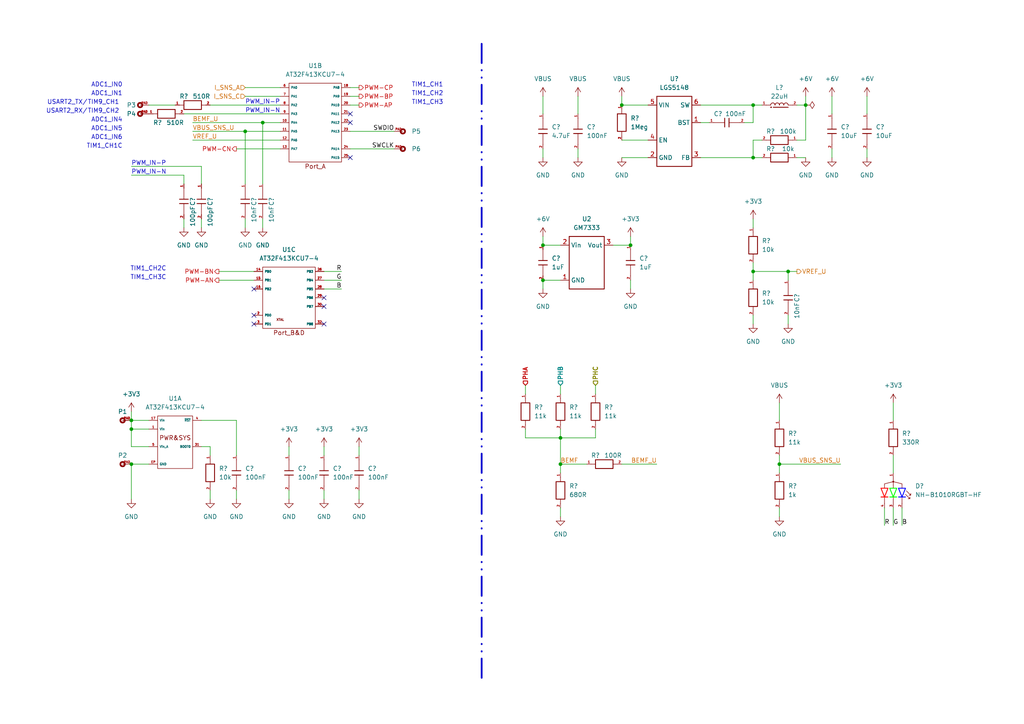
<source format=kicad_sch>
(kicad_sch (version 20230121) (generator eeschema)
  (paper "A4")
  (lib_symbols
    (symbol "001_Basic_PassiveComponents:001_Resistor" (pin_names (offset 1.016))
      (property "Reference" "R" (at -4.445 -2.54 0))
      (property "Value" "001_Resistor" (at 0 2.54 0))
      (symbol "001_Resistor_0_1"
        (polyline (pts (xy -3.81 0) (xy -2.54 0)))
        (polyline (pts (xy 2.54 0) (xy 3.81 0)))
      )
      (symbol "001_Resistor_1_1"
        (rectangle (start -2.54 1.27) (end 2.54 -1.27) (stroke (width 0.254)))
        (pin passive line (at -5.08 0 0) (length 1.27) (name "~") (number "1"))
        (pin passive line (at 5.08 0 180) (length 1.27) (name "~") (number "2"))
      )
    )
    (symbol "001_Basic_PassiveComponents:101_Capacitor" (pin_names (offset 1.016))
      (property "Reference" "C" (at -4.445 -2.54 0))
      (property "Value" "101_Capacitor" (at 0 2.54 0))
      (symbol "101_Capacitor_0_1"
        (polyline (pts (xy -3.81 0) (xy -0.635 0)))
        (polyline (pts (xy 0.635 0) (xy 3.81 0)))
      )
      (symbol "101_Capacitor_1_1"
        (polyline (pts (xy -0.635 1.27) (xy -0.635 -1.27)) (stroke (width 0.254)))
        (polyline (pts (xy 0.635 1.27) (xy 0.635 -1.27)) (stroke (width 0.254)))
        (pin passive line (at -5.08 0 0) (length 1.27) (name "~") (number "1"))
        (pin passive line (at 5.08 0 180) (length 1.27) (name "~") (number "2"))
      )
    )
    (symbol "001_Basic_PassiveComponents:202_PowerChoke" (pin_names (offset 1.016))
      (property "Reference" "L" (at -4.445 -2.54 0))
      (property "Value" "202_PowerChoke" (at 0 2.54 0))
      (symbol "202_PowerChoke_0_1"
        (polyline (pts (xy -2.54 0) (xy -3.81 0)))
        (polyline (pts (xy 2.54 0) (xy 3.81 0)))
      )
      (symbol "202_PowerChoke_1_1"
        (circle (center -2.413 -0.635) (radius 0.127) (stroke (width 0.1905)) (fill (type outline)))
        (arc (start -1.27 0) (mid -1.905 0.6323) (end -2.54 0) (stroke (width 0.1905)))
        (arc (start 0 0) (mid -0.635 0.6323) (end -1.27 0) (stroke (width 0.1905)))
        (polyline (pts (xy -1.778 -0.635) (xy 2.54 -0.635)) (stroke (width 0.254)))
        (arc (start 1.27 0) (mid 0.635 0.6323) (end 0 0) (stroke (width 0.1905)))
        (arc (start 2.54 0) (mid 1.905 0.6323) (end 1.27 0) (stroke (width 0.1905)))
        (pin passive line (at -5.08 0 0) (length 1.27) (name "~") (number "1"))
        (pin passive line (at 5.08 0 180) (length 1.27) (name "~") (number "2"))
      )
    )
    (symbol "004_Basic_Co-PackagedSemiconductor:NH-B1010RGBT-HF" (pin_names hide)
      (property "Reference" "D" (at 0 -5.08 0))
      (property "Value" "NH-B1010RGBT-HF" (at 0 6.35 0))
      (symbol "NH-B1010RGBT-HF_0_1"
        (polyline (pts (xy -0.635 0) (xy -3.81 0)))
        (polyline (pts (xy 0.127 3.81) (xy 1.397 5.08)) (stroke (width 0.1524)))
        (polyline (pts (xy 1.143 3.556) (xy 2.413 4.826)) (stroke (width 0.1524)))
        (polyline (pts (xy 1.397 5.08) (xy 0.889 5.08)) (stroke (width 0.1524)))
        (polyline (pts (xy 1.397 5.08) (xy 1.397 4.572)) (stroke (width 0.1524)))
        (polyline (pts (xy 2.413 4.826) (xy 1.905 4.826)) (stroke (width 0.1524)))
        (polyline (pts (xy 2.413 4.826) (xy 2.413 4.318)) (stroke (width 0.1524)))
        (polyline (pts (xy 3.81 -2.54) (xy 1.905 -2.54)))
        (polyline (pts (xy 3.81 0) (xy 1.905 0)))
        (polyline (pts (xy 3.81 2.54) (xy 1.905 2.54)))
        (polyline (pts (xy -0.635 -2.54) (xy -1.905 -2.54) (xy -2.54 0)))
        (polyline (pts (xy -0.635 2.54) (xy -1.905 2.54) (xy -2.54 0)))
      )
      (symbol "NH-B1010RGBT-HF_1_1"
        (circle (center -2.54 0) (radius 0.127) (stroke (width 0.254)) (fill (type outline)))
        (polyline (pts (xy 1.905 -3.556) (xy 1.905 -1.524)) (stroke (width 0.254) (color 255 0 0 1)))
        (polyline (pts (xy 1.905 -1.016) (xy 1.905 1.016)) (stroke (width 0.254) (color 0 255 0 1)))
        (polyline (pts (xy 1.905 1.524) (xy 1.905 3.556)) (stroke (width 0.254) (color 0 0 255 1)))
        (polyline (pts (xy -0.635 -3.556) (xy 1.905 -2.54) (xy -0.635 -1.524) (xy -0.635 -3.556)) (stroke (width 0.254) (color 255 0 0 1)))
        (polyline (pts (xy -0.635 -1.016) (xy 1.905 0) (xy -0.635 1.016) (xy -0.635 -1.016)) (stroke (width 0.254) (color 0 255 0 1)))
        (polyline (pts (xy -0.635 1.524) (xy 1.905 2.54) (xy -0.635 3.556) (xy -0.635 1.524)) (stroke (width 0.254) (color 0 0 255 1)))
        (pin passive line (at -5.08 0 0) (length 1.27) (name "Anode") (number "1"))
        (pin passive line (at 5.08 2.54 180) (length 1.27) (name "Cathode") (number "2"))
        (pin passive line (at 5.08 0 180) (length 1.27) (name "Cathode") (number "3"))
        (pin passive line (at 5.08 -2.54 180) (length 1.27) (name "Cathode") (number "4"))
      )
    )
    (symbol "107_IntegratedCircuit_MicroController:AT32F413KCU7-4"
      (property "Reference" "U" (at -3.81 -15.24 0))
      (property "Value" "AT32F413KCU7-4" (at 0 12.7 0))
      (symbol "AT32F413KCU7-4_1_0"
        (rectangle (start -5.08 6.35) (end 5.08 -8.89))
        (text "PWR&SYS" (at 0 0 0) (effects (font (size 1.27 1.27))))
      )
      (symbol "AT32F413KCU7-4_1_1"
        (pin power_in line (at -7.62 2.54 0) (length 2.54) (name "Vin") (number "1"))
        (pin power_in line (at -7.62 5.08 0) (length 2.54) (name "Vin") (number "17"))
        (pin input line (at 7.62 -2.54 180) (length 2.54) (name "BOOT0") (number "31"))
        (pin input line (at 7.62 5.08 180) (length 2.54) (name "~{RST}") (number "4"))
        (pin power_in line (at -7.62 -2.54 0) (length 2.54) (name "Vin_A") (number "5"))
        (pin power_in line (at -7.62 -7.62 0) (length 2.54) (name "GND") (number "EP"))
      )
      (symbol "AT32F413KCU7-4_2_0"
        (rectangle (start -7.62 11.43) (end 7.62 -11.43))
        (text "Port_A" (at 0 -12.7 0) (effects (font (size 1.27 1.27))))
      )
      (symbol "AT32F413KCU7-4_2_1"
        (pin bidirectional line (at -10.16 0 0) (length 2.54) (name "PA4") (number "10"))
        (pin bidirectional line (at -10.16 -2.54 0) (length 2.54) (name "PA5") (number "11"))
        (pin bidirectional line (at -10.16 -5.08 0) (length 2.54) (name "PA6") (number "12"))
        (pin bidirectional line (at -10.16 -7.62 0) (length 2.54) (name "PA7") (number "13"))
        (pin bidirectional line (at 10.16 10.16 180) (length 2.54) (name "PA8") (number "18"))
        (pin bidirectional line (at 10.16 7.62 180) (length 2.54) (name "PA9") (number "19"))
        (pin bidirectional line (at 10.16 5.08 180) (length 2.54) (name "PA10") (number "20"))
        (pin bidirectional line (at 10.16 2.54 180) (length 2.54) (name "PA11") (number "21"))
        (pin bidirectional line (at 10.16 0 180) (length 2.54) (name "PA12") (number "22"))
        (pin bidirectional line (at 10.16 -2.54 180) (length 2.54) (name "PA13") (number "23"))
        (pin bidirectional line (at 10.16 -7.62 180) (length 2.54) (name "PA14") (number "24"))
        (pin bidirectional line (at 10.16 -10.16 180) (length 2.54) (name "PA15") (number "25"))
        (pin bidirectional line (at -10.16 10.16 0) (length 2.54) (name "PA0") (number "6"))
        (pin bidirectional line (at -10.16 7.62 0) (length 2.54) (name "PA1") (number "7"))
        (pin bidirectional line (at -10.16 5.08 0) (length 2.54) (name "PA2") (number "8"))
        (pin bidirectional line (at -10.16 2.54 0) (length 2.54) (name "PA3") (number "9"))
      )
      (symbol "AT32F413KCU7-4_3_0"
        (rectangle (start -7.62 8.89) (end 7.62 -8.89))
        (text "Port_B&D" (at 0 -10.16 0) (effects (font (size 1.27 1.27))))
      )
      (symbol "AT32F413KCU7-4_3_1"
        (text "XTAL" (at -2.54 -6.35 0) (effects (font (size 0.635 0.635))))
        (pin bidirectional line (at -10.16 7.62 0) (length 2.54) (name "PB0") (number "14"))
        (pin bidirectional line (at -10.16 5.08 0) (length 2.54) (name "PB1") (number "15"))
        (pin bidirectional line (at -10.16 2.54 0) (length 2.54) (name "PB2") (number "16"))
        (pin bidirectional line (at -10.16 -5.08 0) (length 2.54) (name "PD0") (number "2"))
        (pin bidirectional line (at 10.16 7.62 180) (length 2.54) (name "PB3") (number "26"))
        (pin bidirectional line (at 10.16 5.08 180) (length 2.54) (name "PB4") (number "27"))
        (pin bidirectional line (at 10.16 2.54 180) (length 2.54) (name "PB5") (number "28"))
        (pin bidirectional line (at 10.16 0 180) (length 2.54) (name "PB6") (number "29"))
        (pin bidirectional line (at -10.16 -7.62 0) (length 2.54) (name "PD1") (number "3"))
        (pin bidirectional line (at 10.16 -2.54 180) (length 2.54) (name "PB7") (number "30"))
        (pin bidirectional line (at 10.16 -7.62 180) (length 2.54) (name "PB8") (number "32"))
      )
    )
    (symbol "203_Power_LDO:001_LDO-3B"
      (property "Reference" "U" (at -2.54 -10.16 0))
      (property "Value" "001_LDO-3B" (at 0 10.16 0))
      (symbol "001_LDO-3B_1_1"
        (rectangle (start -5.08 7.62) (end 5.08 -7.62) (stroke (width 0.254)))
        (pin power_in line (at -7.62 -5.08 0) (length 2.54) (name "GND") (number "1"))
        (pin power_in line (at -7.62 5.08 0) (length 2.54) (name "Vin") (number "2"))
        (pin power_out line (at 7.62 5.08 180) (length 2.54) (name "Vout") (number "3"))
      )
    )
    (symbol "204_Power_SMPS-Convertor:LGS5148"
      (property "Reference" "U" (at -2.54 -12.7 0))
      (property "Value" "LGS5148" (at 0 12.7 0))
      (symbol "LGS5148_0_1"
        (rectangle (start -5.08 10.16) (end 5.08 -10.16) (stroke (width 0.254)))
      )
      (symbol "LGS5148_1_1"
        (pin passive line (at 7.62 2.54 180) (length 2.54) (name "BST") (number "1"))
        (pin power_in line (at -7.62 -7.62 0) (length 2.54) (name "GND") (number "2"))
        (pin input line (at 7.62 -7.62 180) (length 2.54) (name "FB") (number "3"))
        (pin input line (at -7.62 -2.54 0) (length 2.54) (name "EN") (number "4"))
        (pin power_in line (at -7.62 7.62 0) (length 2.54) (name "VIN") (number "5"))
        (pin power_out line (at 7.62 7.62 180) (length 2.54) (name "SW") (number "6"))
      )
    )
    (symbol "301_Link_Pad:Test_Point" (pin_names hide)
      (property "Reference" "P" (at -2.54 -2.54 0))
      (symbol "Test_Point_0_1"
        (circle (center 0 0) (radius 0.635) (stroke (width 0.5)))
      )
      (symbol "Test_Point_1_1"
        (pin passive line (at -2.54 0 0) (length 2.54) (name "PAD") (number "PAD"))
      )
    )
    (symbol "PowerPort:+3V3" (power) (pin_names (offset 0))
      (property "Value" "+3V3" (at 0 3.556 0))
      (symbol "+3V3_0_1"
        (polyline (pts (xy -0.762 1.27) (xy 0 2.54)))
        (polyline (pts (xy 0 0) (xy 0 2.54)))
        (polyline (pts (xy 0 2.54) (xy 0.762 1.27)))
      )
      (symbol "+3V3_1_1"
        (pin power_in line (at 0 0 90) (length 0) hide (name "+3V3") (number "1"))
      )
    )
    (symbol "PowerPort:+6V" (power) (pin_names (offset 0))
      (property "Value" "+6V" (at 0 3.556 0))
      (symbol "+6V_0_1"
        (polyline (pts (xy -0.762 1.27) (xy 0 2.54)))
        (polyline (pts (xy 0 0) (xy 0 2.54)))
        (polyline (pts (xy 0 2.54) (xy 0.762 1.27)))
      )
      (symbol "+6V_1_1"
        (pin power_in line (at 0 0 90) (length 0) hide (name "+6V") (number "1"))
      )
    )
    (symbol "PowerPort:GND" (power) (pin_names (offset 0))
      (property "Value" "GND" (at 0 -3.81 0))
      (symbol "GND_0_1"
        (polyline (pts (xy 0 0) (xy 0 -1.27) (xy 1.27 -1.27) (xy 0 -2.54) (xy -1.27 -1.27) (xy 0 -1.27)))
      )
      (symbol "GND_1_1"
        (pin power_in line (at 0 0 270) (length 0) hide (name "GND") (number "1"))
      )
    )
    (symbol "PowerPort:PWR_FLAG" (power) (pin_numbers hide) (pin_names (offset 0) hide)
      (property "Value" "PWR_FLAG" (at 0 3.81 0))
      (symbol "PWR_FLAG_0_0"
        (pin power_out line (at 0 0 90) (length 0) (name "pwr") (number "1"))
      )
      (symbol "PWR_FLAG_0_1"
        (polyline (pts (xy 0 0) (xy 0 1.27) (xy -1.016 1.905) (xy 0 2.54) (xy 1.016 1.905) (xy 0 1.27)))
      )
    )
    (symbol "PowerPort:VBUS" (power) (pin_names (offset 0))
      (property "Value" "VBUS" (at 0 3.81 0))
      (symbol "VBUS_0_1"
        (polyline (pts (xy -0.762 1.27) (xy 0 2.54)))
        (polyline (pts (xy 0 0) (xy 0 2.54)))
        (polyline (pts (xy 0 2.54) (xy 0.762 1.27)))
      )
      (symbol "VBUS_1_1"
        (pin power_in line (at 0 0 90) (length 0) hide (name "VBUS") (number "1"))
      )
    )
  )
  (junction (at 218.44 45.72))
  (junction (at 180.34 30.48))
  (junction (at 157.48 81.28))
  (junction (at 226.06 134.62))
  (junction (at 233.68 30.48))
  (junction (at 162.56 134.62))
  (junction (at 228.6 78.74))
  (junction (at 157.48 71.12))
  (junction (at 38.1 121.92))
  (junction (at 38.1 124.46))
  (junction (at 182.88 71.12))
  (junction (at 162.56 127))
  (junction (at 38.1 134.62))
  (junction (at 218.44 30.48))
  (junction (at 76.2 35.56))
  (junction (at 218.44 78.74))
  (junction (at 71.12 38.1))
  (no_connect (at 93.98 88.9))
  (no_connect (at 93.98 86.36))
  (no_connect (at 73.66 91.44))
  (no_connect (at 101.6 45.72))
  (no_connect (at 101.6 33.02))
  (no_connect (at 73.66 93.98))
  (no_connect (at 73.66 83.82))
  (no_connect (at 93.98 93.98))
  (no_connect (at 101.6 35.56))
  (wire (pts (xy 218.44 30.48) (xy 218.44 35.56)))
  (wire (pts (xy 58.42 48.26) (xy 58.42 53.34)))
  (wire (pts (xy 228.6 78.74) (xy 231.14 78.74)))
  (wire (pts (xy 218.44 91.44) (xy 218.44 93.98)))
  (wire (pts (xy 259.08 116.84) (xy 259.08 121.92)))
  (wire (pts (xy 162.56 127) (xy 152.4 127)))
  (wire (pts (xy 228.6 91.44) (xy 228.6 93.98)))
  (wire (pts (xy 68.58 142.24) (xy 68.58 144.78)))
  (wire (pts (xy 218.44 45.72) (xy 220.98 45.72)))
  (wire (pts (xy 101.6 30.48) (xy 104.14 30.48)))
  (wire (pts (xy 152.4 127) (xy 152.4 124.46)))
  (wire (pts (xy 71.12 25.4) (xy 81.28 25.4)))
  (wire (pts (xy 157.48 68.58) (xy 157.48 71.12)))
  (wire (pts (xy 101.6 27.94) (xy 104.14 27.94)))
  (wire (pts (xy 55.88 40.64) (xy 81.28 40.64)))
  (wire (pts (xy 233.68 27.94) (xy 233.68 30.48)))
  (wire (pts (xy 104.14 129.54) (xy 104.14 132.08)))
  (wire (pts (xy 233.68 30.48) (xy 231.14 30.48)))
  (wire (pts (xy 157.48 81.28) (xy 162.56 81.28)))
  (wire (pts (xy 261.62 147.32) (xy 261.62 152.4)))
  (wire (pts (xy 93.98 129.54) (xy 93.98 132.08)))
  (wire (pts (xy 60.96 142.24) (xy 60.96 144.78)))
  (wire (pts (xy 83.82 129.54) (xy 83.82 132.08)))
  (wire (pts (xy 76.2 63.5) (xy 76.2 66.04)))
  (wire (pts (xy 38.1 121.92) (xy 38.1 124.46)))
  (wire (pts (xy 93.98 83.82) (xy 99.06 83.82)))
  (wire (pts (xy 55.88 35.56) (xy 76.2 35.56)))
  (wire (pts (xy 68.58 43.18) (xy 81.28 43.18)))
  (wire (pts (xy 218.44 40.64) (xy 218.44 45.72)))
  (wire (pts (xy 218.44 30.48) (xy 220.98 30.48)))
  (wire (pts (xy 101.6 25.4) (xy 104.14 25.4)))
  (wire (pts (xy 226.06 147.32) (xy 226.06 149.86)))
  (wire (pts (xy 231.14 40.64) (xy 233.68 40.64)))
  (wire (pts (xy 218.44 35.56) (xy 215.9 35.56)))
  (wire (pts (xy 68.58 121.92) (xy 68.58 132.08)))
  (wire (pts (xy 251.46 43.18) (xy 251.46 45.72)))
  (wire (pts (xy 157.48 81.28) (xy 157.48 83.82)))
  (wire (pts (xy 152.4 111.76) (xy 152.4 114.3)))
  (wire (pts (xy 182.88 81.28) (xy 182.88 83.82)))
  (wire (pts (xy 231.14 45.72) (xy 233.68 45.72)))
  (wire (pts (xy 58.42 63.5) (xy 58.42 66.04)))
  (wire (pts (xy 63.5 78.74) (xy 73.66 78.74)))
  (wire (pts (xy 167.64 43.18) (xy 167.64 45.72)))
  (wire (pts (xy 38.1 134.62) (xy 38.1 144.78)))
  (wire (pts (xy 68.58 121.92) (xy 58.42 121.92)))
  (wire (pts (xy 241.3 27.94) (xy 241.3 33.02)))
  (wire (pts (xy 55.88 38.1) (xy 71.12 38.1)))
  (wire (pts (xy 172.72 127) (xy 162.56 127)))
  (wire (pts (xy 180.34 30.48) (xy 187.96 30.48)))
  (wire (pts (xy 38.1 119.38) (xy 38.1 121.92)))
  (wire (pts (xy 157.48 27.94) (xy 157.48 33.02)))
  (wire (pts (xy 218.44 76.2) (xy 218.44 78.74)))
  (wire (pts (xy 63.5 81.28) (xy 73.66 81.28)))
  (wire (pts (xy 53.34 33.02) (xy 81.28 33.02)))
  (wire (pts (xy 259.08 147.32) (xy 259.08 152.4)))
  (wire (pts (xy 53.34 63.5) (xy 53.34 66.04)))
  (wire (pts (xy 93.98 81.28) (xy 99.06 81.28)))
  (wire (pts (xy 157.48 43.18) (xy 157.48 45.72)))
  (wire (pts (xy 203.2 45.72) (xy 218.44 45.72)))
  (wire (pts (xy 228.6 78.74) (xy 228.6 81.28)))
  (wire (pts (xy 251.46 27.94) (xy 251.46 33.02)))
  (wire (pts (xy 180.34 134.62) (xy 190.5 134.62)))
  (wire (pts (xy 71.12 38.1) (xy 71.12 53.34)))
  (wire (pts (xy 38.1 124.46) (xy 38.1 129.54)))
  (wire (pts (xy 241.3 43.18) (xy 241.3 45.72)))
  (wire (pts (xy 162.56 127) (xy 162.56 134.62)))
  (wire (pts (xy 71.12 38.1) (xy 81.28 38.1)))
  (wire (pts (xy 218.44 63.5) (xy 218.44 66.04)))
  (wire (pts (xy 177.8 71.12) (xy 182.88 71.12)))
  (wire (pts (xy 157.48 71.12) (xy 162.56 71.12)))
  (wire (pts (xy 71.12 63.5) (xy 71.12 66.04)))
  (wire (pts (xy 60.96 30.48) (xy 81.28 30.48)))
  (polyline (pts (xy 139.7 12.7) (xy 139.7 198.12)) (stroke (width 0.508) (type dash_dot_dot)))
  (wire (pts (xy 76.2 53.34) (xy 76.2 35.56)))
  (wire (pts (xy 233.68 40.64) (xy 233.68 30.48)))
  (wire (pts (xy 220.98 40.64) (xy 218.44 40.64)))
  (wire (pts (xy 187.96 40.64) (xy 180.34 40.64)))
  (wire (pts (xy 38.1 134.62) (xy 43.18 134.62)))
  (wire (pts (xy 203.2 30.48) (xy 218.44 30.48)))
  (wire (pts (xy 226.06 116.84) (xy 226.06 121.92)))
  (wire (pts (xy 93.98 78.74) (xy 99.06 78.74)))
  (wire (pts (xy 226.06 132.08) (xy 226.06 134.62)))
  (wire (pts (xy 226.06 134.62) (xy 226.06 137.16)))
  (wire (pts (xy 38.1 129.54) (xy 43.18 129.54)))
  (wire (pts (xy 104.14 142.24) (xy 104.14 144.78)))
  (wire (pts (xy 218.44 78.74) (xy 228.6 78.74)))
  (wire (pts (xy 167.64 27.94) (xy 167.64 33.02)))
  (wire (pts (xy 162.56 147.32) (xy 162.56 149.86)))
  (wire (pts (xy 53.34 50.8) (xy 38.1 50.8)))
  (wire (pts (xy 172.72 124.46) (xy 172.72 127)))
  (wire (pts (xy 172.72 111.76) (xy 172.72 114.3)))
  (wire (pts (xy 53.34 53.34) (xy 53.34 50.8)))
  (wire (pts (xy 38.1 121.92) (xy 43.18 121.92)))
  (wire (pts (xy 38.1 48.26) (xy 58.42 48.26)))
  (wire (pts (xy 162.56 137.16) (xy 162.56 134.62)))
  (wire (pts (xy 203.2 35.56) (xy 205.74 35.56)))
  (wire (pts (xy 38.1 124.46) (xy 43.18 124.46)))
  (wire (pts (xy 162.56 124.46) (xy 162.56 127)))
  (wire (pts (xy 71.12 27.94) (xy 81.28 27.94)))
  (wire (pts (xy 76.2 35.56) (xy 81.28 35.56)))
  (wire (pts (xy 43.18 30.48) (xy 50.8 30.48)))
  (wire (pts (xy 101.6 38.1) (xy 114.3 38.1)))
  (wire (pts (xy 60.96 129.54) (xy 58.42 129.54)))
  (wire (pts (xy 180.34 45.72) (xy 187.96 45.72)))
  (wire (pts (xy 256.54 147.32) (xy 256.54 152.4)))
  (wire (pts (xy 180.34 27.94) (xy 180.34 30.48)))
  (wire (pts (xy 162.56 111.76) (xy 162.56 114.3)))
  (wire (pts (xy 93.98 142.24) (xy 93.98 144.78)))
  (wire (pts (xy 226.06 134.62) (xy 243.84 134.62)))
  (wire (pts (xy 101.6 43.18) (xy 114.3 43.18)))
  (wire (pts (xy 83.82 142.24) (xy 83.82 144.78)))
  (wire (pts (xy 182.88 71.12) (xy 182.88 68.58)))
  (wire (pts (xy 60.96 129.54) (xy 60.96 132.08)))
  (wire (pts (xy 218.44 78.74) (xy 218.44 81.28)))
  (wire (pts (xy 259.08 132.08) (xy 259.08 137.16)))
  (wire (pts (xy 162.56 134.62) (xy 170.18 134.62)))
  (text "TIM1_CH2C" (at 48.26 78.74 0) (effects (font (size 1.27 1.27)) (justify right bottom)))
  (text "ADC1_IN6" (at 35.56 40.64 0) (effects (font (size 1.27 1.27)) (justify right bottom)))
  (text "TIM1_CH1C" (at 35.56 43.18 0) (effects (font (size 1.27 1.27)) (justify right bottom)))
  (text "TIM1_CH3C" (at 48.26 81.28 0) (effects (font (size 1.27 1.27)) (justify right bottom)))
  (text "TIM1_CH2" (at 119.38 27.94 0) (effects (font (size 1.27 1.27)) (justify left bottom)))
  (text "ADC1_IN1" (at 35.56 27.94 0) (effects (font (size 1.27 1.27)) (justify right bottom)))
  (text "ADC1_IN0" (at 35.56 25.4 0) (effects (font (size 1.27 1.27)) (justify right bottom)))
  (text "ADC1_IN5" (at 35.56 38.1 0) (effects (font (size 1.27 1.27)) (justify right bottom)))
  (text "TIM1_CH1" (at 119.38 25.4 0) (effects (font (size 1.27 1.27)) (justify left bottom)))
  (text "USART2_TX/" (at 25.4 30.48 0) (effects (font (size 1.27 1.27)) (justify right bottom)))
  (text "TIM1_CH3" (at 119.38 30.48 0) (effects (font (size 1.27 1.27)) (justify left bottom)))
  (text "USART2_RX/" (at 25.4 33.02 0) (effects (font (size 1.27 1.27)) (justify right bottom)))
  (text "ADC1_IN4" (at 35.56 35.56 0) (effects (font (size 1.27 1.27)) (justify right bottom)))
  (text "TIM9_CH1" (at 25.4 30.48 0) (effects (font (size 1.27 1.27)) (justify left bottom)))
  (text "TIM9_CH2" (at 25.4 33.02 0) (effects (font (size 1.27 1.27)) (justify left bottom)))
  (label "G" (at 99.06 81.28 180))
  (label "PWM_IN-N" (at 71.12 33.02 0))
  (label "VBUS_SNS_U" (at 243.84 134.62 180))
  (label "G" (at 259.08 152.4 0))
  (label "B" (at 261.62 152.4 0))
  (label "R" (at 256.54 152.4 0))
  (label "PWM_IN-N" (at 38.1 50.8 0))
  (label "PWM_IN-P" (at 38.1 48.26 0))
  (label "SWCLK" (at 114.3 43.18 180))
  (label "SWDIO" (at 114.3 38.1 180))
  (label "BEMF" (at 162.56 134.62 0))
  (label "B" (at 99.06 83.82 180))
  (label "BEMF_U" (at 55.88 35.56 0))
  (label "VREF_U" (at 55.88 40.64 0))
  (label "R" (at 99.06 78.74 180))
  (label "BEMF_U" (at 190.5 134.62 180))
  (label "VBUS_SNS_U" (at 55.88 38.1 0))
  (label "PWM_IN-P" (at 71.12 30.48 0))
  (hierarchical_label "PWM-AP" (shape output) (at 104.14 30.48 0))
  (hierarchical_label "PHC" (shape input) (at 172.72 111.76 90) (effects (font (thickness 0.254) bold)))
  (hierarchical_label "I_SNS_A" (shape input) (at 71.12 25.4 180))
  (hierarchical_label "PHB" (shape input) (at 162.56 111.76 90) (effects (font (thickness 0.254) bold)))
  (hierarchical_label "PWM-CP" (shape output) (at 104.14 25.4 0))
  (hierarchical_label "I_SNS_C" (shape input) (at 71.12 27.94 180))
  (hierarchical_label "PWM-CN" (shape output) (at 68.58 43.18 180))
  (hierarchical_label "PWM-BN" (shape output) (at 63.5 78.74 180))
  (hierarchical_label "VREF_U" (shape output) (at 231.14 78.74 0))
  (hierarchical_label "PWM-AN" (shape output) (at 63.5 81.28 180))
  (hierarchical_label "PWM-BP" (shape output) (at 104.14 27.94 0))
  (hierarchical_label "PHA" (shape input) (at 152.4 111.76 90) (effects (font bold)))
  (symbol (lib_id "PowerPort:VBUS") (at 180.34 27.94 0) (unit 1)
    (property "Reference" "#PWR?" (effects hide))
    (property "Value" "VBUS" (at 180.34 22.86 0))
  )
  (symbol (lib_id "001_Basic_PassiveComponents:101_Capacitor") (at 251.46 38.1 270) (unit 1)
    (property "Reference" "C?" (at 254 36.83 90) (effects (justify left)))
    (property "Value" "10uF" (at 254 39.37 90) (effects (justify left)))
    (property "Footprint" "001_GN_RCL_SMD:C0603(1608M)" (effects hide))
    (property "Symbol type" "Alternate Source" (effects hide))
  )
  (symbol (lib_id "001_Basic_PassiveComponents:001_Resistor") (at 226.06 40.64 180) (unit 1)
    (property "Reference" "R?" (at 223.52 38.1 0))
    (property "Value" "100k" (at 228.6 38.1 0))
    (property "Footprint" "001_GN_RCL_SMD:R0402(1005M)" (effects hide))
    (property "Symbol type" "Alternate Source" (effects hide))
  )
  (symbol (lib_id "001_Basic_PassiveComponents:101_Capacitor") (at 182.88 76.2 270) (unit 1)
    (property "Reference" "C?" (at 185.42 74.93 90) (effects (justify left)))
    (property "Value" "1uF" (at 185.42 77.47 90) (effects (justify left)))
    (property "Footprint" "001_GN_RCL_SMD:C0402(1005M)" (effects hide))
    (property "Symbol type" "Alternate Source" (effects hide))
  )
  (symbol (lib_id "301_Link_Pad:Test_Point") (at 35.56 134.62 180) (unit 1)
    (property "Reference" "P2" (at 35.56 132.08 0))
    (property "Value" "G" (effects hide))
    (property "Footprint" "302_MECH_PAD:SMP-C_b7" (effects hide))
    (property "Symbol type" "Alternate Source" (effects hide))
  )
  (symbol (lib_id "107_IntegratedCircuit_MicroController:AT32F413KCU7-4") (at 83.82 86.36 0) (unit 3)
    (property "Reference" "U1" (at 83.82 72.39 0))
    (property "Value" "AT32F413KCU7-4" (at 83.82 74.93 0))
    (property "Footprint" "ESC:QFN-32_4040" (effects hide))
    (property "Symbol type" "Specified Device" (effects hide))
  )
  (symbol (lib_id "204_Power_SMPS-Convertor:LGS5148") (at 195.58 38.1 0) (unit 1)
    (property "Reference" "U?" (at 195.58 22.86 0))
    (property "Value" "LGS5148" (at 195.58 25.4 0))
    (property "Footprint" "003_GN_SMALL-SEMI_SMD:SOT-23-6" (effects hide))
    (property "Symbol type" "Specified Device" (effects hide))
    (property "LCSC" "C5123972" (effects hide))
  )
  (symbol (lib_id "PowerPort:VBUS") (at 226.06 116.84 0) (unit 1)
    (property "Reference" "#PWR?" (effects hide))
    (property "Value" "VBUS" (at 226.06 111.76 0))
  )
  (symbol (lib_id "PowerPort:GND") (at 226.06 149.86 0) (unit 1)
    (property "Reference" "#PWR?" (effects hide))
    (property "Value" "GND" (at 226.06 154.94 0))
  )
  (symbol (lib_id "001_Basic_PassiveComponents:101_Capacitor") (at 68.58 137.16 270) (unit 1)
    (property "Reference" "C?" (at 71.12 135.8899 90) (effects (justify left)))
    (property "Value" "100nF" (at 71.12 138.4299 90) (effects (justify left)))
    (property "Footprint" "001_GN_RCL_SMD:C0201(0603M)" (effects hide))
    (property "Symbol type" "Alternate Source" (effects hide))
  )
  (symbol (lib_id "001_Basic_PassiveComponents:001_Resistor") (at 172.72 119.38 270) (unit 1)
    (property "Reference" "R?" (at 175.26 118.11 90) (effects (justify left)))
    (property "Value" "11k" (at 175.26 120.65 90) (effects (justify left)))
    (property "Footprint" "001_GN_RCL_SMD:R0402(1005M)" (effects hide))
    (property "Symbol type" "Alternate Source" (effects hide))
    (instances (project "ESC-CTRL" (path "" (reference "R?") (unit 1)) (path "" (reference "R?") (unit 1)) (path "" (reference "R?") (unit 1)) (path "" (reference "R?") (unit 1))) (project "ESC_AT32" (path "" (reference "R?") (unit 1)) (path "" (reference "R?") (unit 1)) (path "" (reference "R?") (unit 1)) (path "" (reference "R?") (unit 1))) (project "WK-ESC305" (path "" (reference "R?") (unit 1)) (path "" (reference "R?") (unit 1)) (path "" (reference "R?") (unit 1)) (path "" (reference "R?") (unit 1))) (project "ESC_GEMINI" (path "" (reference "R?") (unit 1)) (path "" (reference "R5") (unit 1))))
  )
  (symbol (lib_id "001_Basic_PassiveComponents:001_Resistor") (at 259.08 127 270) (unit 1)
    (property "Reference" "R?" (at 261.62 125.73 90) (effects (justify left)))
    (property "Value" "330R" (at 261.62 128.27 90) (effects (justify left)))
    (property "Footprint" "001_GN_RCL_SMD:R0402(1005M)" (effects hide))
    (property "Symbol type" "Alternate Source" (effects hide))
  )
  (symbol (lib_id "PowerPort:PWR_FLAG") (at 233.68 30.48 270) (unit 1)
    (property "Reference" "#FLG03" (effects hide))
    (property "Value" "PWR_FLAG" (effects hide))
    (instances (project "ESC_GEMINI" (path "" (reference "#FLG03") (unit 1)) (path "" (reference "#FLG02") (unit 1))))
  )
  (symbol (lib_id "001_Basic_PassiveComponents:101_Capacitor") (at 71.12 58.42 270) (unit 1)
    (property "Reference" "C?" (at 73.66 57.15 0) (effects (justify left)))
    (property "Value" "10nF" (at 73.66 59.69 0) (effects (justify left)))
    (property "Footprint" "001_GN_RCL_SMD:C0201(0603M)" (effects hide))
    (property "Symbol type" "Alternate Source" (effects hide))
  )
  (symbol (lib_id "PowerPort:GND") (at 180.34 45.72 0) (unit 1)
    (property "Reference" "#PWR?" (effects hide))
    (property "Value" "GND" (at 180.34 50.8 0))
  )
  (symbol (lib_id "PowerPort:GND") (at 162.56 149.86 0) (unit 1)
    (property "Reference" "#PWR?" (effects hide))
    (property "Value" "GND" (at 162.56 154.94 0))
    (instances (project "ESC-CTRL" (path "" (reference "#PWR?") (unit 1)) (path "" (reference "#PWR?") (unit 1)) (path "" (reference "#PWR?") (unit 1)) (path "" (reference "#PWR?") (unit 1))) (project "ESC_AT32" (path "" (reference "#PWR?") (unit 1)) (path "" (reference "#PWR?") (unit 1)) (path "" (reference "#PWR?") (unit 1)) (path "" (reference "#PWR?") (unit 1))) (project "WK-ESC305" (path "" (reference "#PWR?") (unit 1)) (path "" (reference "#PWR?") (unit 1)) (path "" (reference "#PWR?") (unit 1)) (path "" (reference "#PWR?") (unit 1))) (project "ESC_GEMINI" (path "" (reference "#PWR?") (unit 1)) (path "" (reference "#PWR050") (unit 1))))
  )
  (symbol (lib_id "001_Basic_PassiveComponents:101_Capacitor") (at 228.6 86.36 270) (unit 1)
    (property "Reference" "C?" (at 231.14 85.09 0) (effects (justify left)))
    (property "Value" "10nF" (at 231.14 87.63 0) (effects (justify left)))
    (property "Footprint" "001_GN_RCL_SMD:C0201(0603M)" (effects hide))
    (property "Symbol type" "Alternate Source" (effects hide))
  )
  (symbol (lib_id "PowerPort:GND") (at 157.48 83.82 0) (unit 1)
    (property "Reference" "#PWR?" (effects hide))
    (property "Value" "GND" (at 157.48 88.9 0))
  )
  (symbol (lib_id "PowerPort:GND") (at 241.3 45.72 0) (unit 1)
    (property "Reference" "#PWR?" (effects hide))
    (property "Value" "GND" (at 241.3 50.8 0))
  )
  (symbol (lib_id "PowerPort:+6V") (at 233.68 27.94 0) (unit 1)
    (property "Reference" "#PWR064" (effects hide))
    (property "Value" "+6V" (at 233.68 22.86 0))
  )
  (symbol (lib_id "001_Basic_PassiveComponents:101_Capacitor") (at 157.48 76.2 270) (unit 1)
    (property "Reference" "C?" (at 160.02 74.93 90) (effects (justify left)))
    (property "Value" "1uF" (at 160.02 77.47 90) (effects (justify left)))
    (property "Footprint" "001_GN_RCL_SMD:C0402(1005M)" (effects hide))
    (property "Symbol type" "Alternate Source" (effects hide))
  )
  (symbol (lib_id "PowerPort:GND") (at 228.6 93.98 0) (unit 1)
    (property "Reference" "#PWR?" (effects hide))
    (property "Value" "GND" (at 228.6 99.06 0))
  )
  (symbol (lib_id "PowerPort:+6V") (at 157.48 68.58 0) (unit 1)
    (property "Reference" "#PWR048" (effects hide))
    (property "Value" "+6V" (at 157.48 63.5 0))
  )
  (symbol (lib_id "107_IntegratedCircuit_MicroController:AT32F413KCU7-4") (at 50.8 127 0) (unit 1)
    (property "Reference" "U1" (at 50.8 115.57 0))
    (property "Value" "AT32F413KCU7-4" (at 50.8 118.11 0))
    (property "Footprint" "ESC:QFN-32_4040" (effects hide))
    (property "Symbol type" "Specified Device" (effects hide))
  )
  (symbol (lib_id "001_Basic_PassiveComponents:001_Resistor") (at 152.4 119.38 270) (unit 1)
    (property "Reference" "R?" (at 154.94 118.11 90) (effects (justify left)))
    (property "Value" "11k" (at 154.94 120.65 90) (effects (justify left)))
    (property "Footprint" "001_GN_RCL_SMD:R0402(1005M)" (effects hide))
    (property "Symbol type" "Alternate Source" (effects hide))
    (instances (project "ESC-CTRL" (path "" (reference "R?") (unit 1)) (path "" (reference "R?") (unit 1)) (path "" (reference "R?") (unit 1)) (path "" (reference "R?") (unit 1))) (project "ESC_AT32" (path "" (reference "R?") (unit 1)) (path "" (reference "R?") (unit 1)) (path "" (reference "R?") (unit 1)) (path "" (reference "R?") (unit 1))) (project "WK-ESC305" (path "" (reference "R?") (unit 1)) (path "" (reference "R?") (unit 1)) (path "" (reference "R?") (unit 1)) (path "" (reference "R?") (unit 1))) (project "ESC_GEMINI" (path "" (reference "R?") (unit 1)) (path "" (reference "R2") (unit 1))))
  )
  (symbol (lib_id "001_Basic_PassiveComponents:101_Capacitor") (at 157.48 38.1 270) (unit 1)
    (property "Reference" "C?" (at 160.02 36.83 90) (effects (justify left)))
    (property "Value" "4.7uF" (at 160.02 39.37 90) (effects (justify left)))
    (property "Footprint" "ESC:C0805(2012M)" (effects hide))
    (property "Symbol type" "Alternate Source" (effects hide))
  )
  (symbol (lib_id "001_Basic_PassiveComponents:001_Resistor") (at 226.06 127 270) (unit 1)
    (property "Reference" "R?" (at 228.6 125.73 90) (effects (justify left)))
    (property "Value" "11k" (at 228.6 128.27 90) (effects (justify left)))
    (property "Footprint" "001_GN_RCL_SMD:R0402(1005M)" (effects hide))
    (property "Symbol type" "Alternate Source" (effects hide))
    (instances (project "ESC-CTRL" (path "" (reference "R?") (unit 1)) (path "" (reference "R?") (unit 1)) (path "" (reference "R?") (unit 1)) (path "" (reference "R?") (unit 1))) (project "ESC_AT32" (path "" (reference "R?") (unit 1)) (path "" (reference "R?") (unit 1)) (path "" (reference "R?") (unit 1)) (path "" (reference "R?") (unit 1))) (project "WK-ESC305" (path "" (reference "R?") (unit 1)) (path "" (reference "R?") (unit 1)) (path "" (reference "R?") (unit 1)) (path "" (reference "R?") (unit 1)) (path "" (reference "R?") (unit 1))) (project "ESC_GEMINI" (path "" (reference "R13") (unit 1))))
  )
  (symbol (lib_id "PowerPort:GND") (at 58.42 66.04 0) (unit 1)
    (property "Reference" "#PWR?" (effects hide))
    (property "Value" "GND" (at 58.42 71.12 0))
  )
  (symbol (lib_id "001_Basic_PassiveComponents:101_Capacitor") (at 241.3 38.1 270) (unit 1)
    (property "Reference" "C?" (at 243.84 36.83 90) (effects (justify left)))
    (property "Value" "10uF" (at 243.84 39.37 90) (effects (justify left)))
    (property "Footprint" "001_GN_RCL_SMD:C0603(1608M)" (effects hide))
    (property "Symbol type" "Alternate Source" (effects hide))
  )
  (symbol (lib_id "001_Basic_PassiveComponents:001_Resistor") (at 218.44 71.12 270) (unit 1)
    (property "Reference" "R?" (at 220.98 69.85 90) (effects (justify left)))
    (property "Value" "10k" (at 220.98 72.39 90) (effects (justify left)))
    (property "Footprint" "001_GN_RCL_SMD:R0201(0603M)" (effects hide))
    (property "Symbol type" "Alternate Source" (effects hide))
    (instances (project "ESC-CTRL" (path "" (reference "R?") (unit 1)) (path "" (reference "R?") (unit 1)) (path "" (reference "R?") (unit 1)) (path "" (reference "R?") (unit 1))) (project "ESC_AT32" (path "" (reference "R?") (unit 1)) (path "" (reference "R?") (unit 1)) (path "" (reference "R?") (unit 1)) (path "" (reference "R?") (unit 1))) (project "WK-ESC305" (path "" (reference "R?") (unit 1)) (path "" (reference "R?") (unit 1)) (path "" (reference "R?") (unit 1)) (path "" (reference "R?") (unit 1)) (path "" (reference "R?") (unit 1))) (project "ESC_GEMINI" (path "" (reference "R9") (unit 1))))
  )
  (symbol (lib_id "PowerPort:GND") (at 76.2 66.04 0) (unit 1)
    (property "Reference" "#PWR?" (effects hide))
    (property "Value" "GND" (at 76.2 71.12 0))
  )
  (symbol (lib_id "PowerPort:GND") (at 104.14 144.78 0) (unit 1)
    (property "Reference" "#PWR?" (effects hide))
    (property "Value" "GND" (at 104.14 149.86 0))
  )
  (symbol (lib_id "001_Basic_PassiveComponents:101_Capacitor") (at 104.14 137.16 270) (unit 1)
    (property "Reference" "C?" (at 106.68 135.8899 90) (effects (justify left)))
    (property "Value" "100nF" (at 106.68 138.4299 90) (effects (justify left)))
    (property "Footprint" "001_GN_RCL_SMD:C0201(0603M)" (effects hide))
    (property "Symbol type" "Alternate Source" (effects hide))
  )
  (symbol (lib_id "301_Link_Pad:Test_Point") (at 40.64 33.02 180) (unit 1)
    (property "Reference" "P4" (at 38.1 33.02 0))
    (property "Value" "RX" (effects hide))
    (property "Footprint" "ESC:SMP-Q_2510" (effects hide))
    (property "Symbol type" "Alternate Source" (effects hide))
  )
  (symbol (lib_id "PowerPort:GND") (at 68.58 144.78 0) (unit 1)
    (property "Reference" "#PWR?" (effects hide))
    (property "Value" "GND" (at 68.58 149.86 0))
  )
  (symbol (lib_id "001_Basic_PassiveComponents:001_Resistor") (at 226.06 142.24 270) (unit 1)
    (property "Reference" "R?" (at 228.6 140.97 90) (effects (justify left)))
    (property "Value" "1k" (at 228.6 143.51 90) (effects (justify left)))
    (property "Footprint" "001_GN_RCL_SMD:R0402(1005M)" (effects hide))
    (property "Symbol type" "Alternate Source" (effects hide))
    (instances (project "ESC-CTRL" (path "" (reference "R?") (unit 1)) (path "" (reference "R?") (unit 1)) (path "" (reference "R?") (unit 1)) (path "" (reference "R?") (unit 1))) (project "ESC_AT32" (path "" (reference "R?") (unit 1)) (path "" (reference "R?") (unit 1)) (path "" (reference "R?") (unit 1)) (path "" (reference "R?") (unit 1))) (project "WK-ESC305" (path "" (reference "R?") (unit 1)) (path "" (reference "R?") (unit 1)) (path "" (reference "R?") (unit 1)) (path "" (reference "R?") (unit 1)) (path "" (reference "R?") (unit 1))) (project "ESC_GEMINI" (path "" (reference "R14") (unit 1))))
  )
  (symbol (lib_id "001_Basic_PassiveComponents:101_Capacitor") (at 93.98 137.16 270) (unit 1)
    (property "Reference" "C?" (at 96.52 135.8899 90) (effects (justify left)))
    (property "Value" "100nF" (at 96.52 138.4299 90) (effects (justify left)))
    (property "Footprint" "001_GN_RCL_SMD:C0201(0603M)" (effects hide))
    (property "Symbol type" "Alternate Source" (effects hide))
  )
  (symbol (lib_id "001_Basic_PassiveComponents:101_Capacitor") (at 83.82 137.16 270) (unit 1)
    (property "Reference" "C?" (at 86.36 135.8899 90) (effects (justify left)))
    (property "Value" "100nF" (at 86.36 138.4299 90) (effects (justify left)))
    (property "Footprint" "001_GN_RCL_SMD:C0201(0603M)" (effects hide))
    (property "Symbol type" "Alternate Source" (effects hide))
  )
  (symbol (lib_id "301_Link_Pad:Test_Point") (at 116.84 43.18 0) (unit 1)
    (property "Reference" "P6" (at 119.38 43.18 0) (effects (justify left)))
    (property "Value" "K" (effects hide))
    (property "Footprint" "302_MECH_PAD:SMP-C_b7" (effects hide))
    (property "Symbol type" "Alternate Source" (effects hide))
  )
  (symbol (lib_id "PowerPort:+6V") (at 241.3 27.94 0) (unit 1)
    (property "Reference" "#PWR067" (effects hide))
    (property "Value" "+6V" (at 241.3 22.86 0))
  )
  (symbol (lib_id "PowerPort:GND") (at 251.46 45.72 0) (unit 1)
    (property "Reference" "#PWR?" (effects hide))
    (property "Value" "GND" (at 251.46 50.8 0))
  )
  (symbol (lib_id "001_Basic_PassiveComponents:001_Resistor") (at 162.56 119.38 270) (unit 1)
    (property "Reference" "R?" (at 165.1 118.11 90) (effects (justify left)))
    (property "Value" "11k" (at 165.1 120.65 90) (effects (justify left)))
    (property "Footprint" "001_GN_RCL_SMD:R0402(1005M)" (effects hide))
    (property "Symbol type" "Alternate Source" (effects hide))
    (instances (project "ESC-CTRL" (path "" (reference "R?") (unit 1)) (path "" (reference "R?") (unit 1)) (path "" (reference "R?") (unit 1)) (path "" (reference "R?") (unit 1))) (project "ESC_AT32" (path "" (reference "R?") (unit 1)) (path "" (reference "R?") (unit 1)) (path "" (reference "R?") (unit 1)) (path "" (reference "R?") (unit 1))) (project "WK-ESC305" (path "" (reference "R?") (unit 1)) (path "" (reference "R?") (unit 1)) (path "" (reference "R?") (unit 1)) (path "" (reference "R?") (unit 1))) (project "ESC_GEMINI" (path "" (reference "R?") (unit 1)) (path "" (reference "R3") (unit 1))))
  )
  (symbol (lib_id "PowerPort:GND") (at 93.98 144.78 0) (unit 1)
    (property "Reference" "#PWR?" (effects hide))
    (property "Value" "GND" (at 93.98 149.86 0))
  )
  (symbol (lib_id "PowerPort:+3V3") (at 38.1 119.38 0) (unit 1)
    (property "Reference" "#PWR?" (effects hide))
    (property "Value" "+3V3" (at 38.1 114.3 0))
  )
  (symbol (lib_id "PowerPort:+6V") (at 251.46 27.94 0) (unit 1)
    (property "Reference" "#PWR069" (effects hide))
    (property "Value" "+6V" (at 251.46 22.86 0))
  )
  (symbol (lib_id "107_IntegratedCircuit_MicroController:AT32F413KCU7-4") (at 91.44 35.56 0) (unit 2)
    (property "Reference" "U1" (at 91.44 19.05 0))
    (property "Value" "AT32F413KCU7-4" (at 91.44 21.59 0))
    (property "Footprint" "ESC:QFN-32_4040" (effects hide))
    (property "Symbol type" "Specified Device" (effects hide))
  )
  (symbol (lib_id "PowerPort:+3V3") (at 182.88 68.58 0) (unit 1)
    (property "Reference" "#PWR?" (effects hide))
    (property "Value" "+3V3" (at 182.88 63.5 0))
  )
  (symbol (lib_id "PowerPort:+3V3") (at 259.08 116.84 0) (unit 1)
    (property "Reference" "#PWR?" (effects hide))
    (property "Value" "+3V3" (at 259.08 111.76 0))
  )
  (symbol (lib_id "001_Basic_PassiveComponents:001_Resistor") (at 180.34 35.56 270) (unit 1)
    (property "Reference" "R?" (at 182.88 34.29 90) (effects (justify left)))
    (property "Value" "1Meg" (at 182.88 36.83 90) (effects (justify left)))
    (property "Footprint" "001_GN_RCL_SMD:R0402(1005M)" (effects hide))
    (property "Symbol type" "Alternate Source" (effects hide))
    (instances (project "ESC-CTRL" (path "" (reference "R?") (unit 1)) (path "" (reference "R?") (unit 1)) (path "" (reference "R?") (unit 1)) (path "" (reference "R?") (unit 1))) (project "ESC_AT32" (path "" (reference "R?") (unit 1)) (path "" (reference "R?") (unit 1)) (path "" (reference "R?") (unit 1)) (path "" (reference "R?") (unit 1))) (project "WK-ESC305" (path "" (reference "R?") (unit 1)) (path "" (reference "R?") (unit 1)) (path "" (reference "R?") (unit 1)) (path "" (reference "R?") (unit 1)) (path "" (reference "R?") (unit 1))) (project "ESC_GEMINI" (path "" (reference "R7") (unit 1))))
  )
  (symbol (lib_id "001_Basic_PassiveComponents:101_Capacitor") (at 58.42 58.42 270) (unit 1)
    (property "Reference" "C?" (at 60.96 57.15 0) (effects (justify left)))
    (property "Value" "100pF" (at 60.96 59.69 0) (effects (justify left)))
    (property "Footprint" "001_GN_RCL_SMD:C0201(0603M)" (effects hide))
    (property "Symbol type" "Alternate Source" (effects hide))
  )
  (symbol (lib_id "PowerPort:+3V3") (at 93.98 129.54 0) (unit 1)
    (property "Reference" "#PWR?" (effects hide))
    (property "Value" "+3V3" (at 93.98 124.46 0))
  )
  (symbol (lib_id "PowerPort:VBUS") (at 167.64 27.94 0) (unit 1)
    (property "Reference" "#PWR?" (effects hide))
    (property "Value" "VBUS" (at 167.64 22.86 0))
  )
  (symbol (lib_id "PowerPort:GND") (at 157.48 45.72 0) (unit 1)
    (property "Reference" "#PWR?" (effects hide))
    (property "Value" "GND" (at 157.48 50.8 0))
  )
  (symbol (lib_id "001_Basic_PassiveComponents:101_Capacitor") (at 167.64 38.1 270) (unit 1)
    (property "Reference" "C?" (at 170.18 36.8299 90) (effects (justify left)))
    (property "Value" "100nF" (at 170.18 39.3699 90) (effects (justify left)))
    (property "Footprint" "001_GN_RCL_SMD:C0402(1005M)" (effects hide))
    (property "Symbol type" "Alternate Source" (effects hide))
  )
  (symbol (lib_id "PowerPort:+3V3") (at 104.14 129.54 0) (unit 1)
    (property "Reference" "#PWR?" (effects hide))
    (property "Value" "+3V3" (at 104.14 124.46 0))
  )
  (symbol (lib_id "001_Basic_PassiveComponents:101_Capacitor") (at 53.34 58.42 270) (unit 1)
    (property "Reference" "C?" (at 55.88 57.15 0) (effects (justify left)))
    (property "Value" "100pF" (at 55.88 59.69 0) (effects (justify left)))
    (property "Footprint" "001_GN_RCL_SMD:C0201(0603M)" (effects hide))
    (property "Symbol type" "Alternate Source" (effects hide))
  )
  (symbol (lib_id "PowerPort:VBUS") (at 157.48 27.94 0) (unit 1)
    (property "Reference" "#PWR?" (effects hide))
    (property "Value" "VBUS" (at 157.48 22.86 0))
  )
  (symbol (lib_id "PowerPort:GND") (at 53.34 66.04 0) (unit 1)
    (property "Reference" "#PWR?" (effects hide))
    (property "Value" "GND" (at 53.34 71.12 0))
  )
  (symbol (lib_id "001_Basic_PassiveComponents:001_Resistor") (at 226.06 45.72 180) (unit 1)
    (property "Reference" "R?" (at 223.52 43.18 0))
    (property "Value" "10k" (at 228.6 43.18 0))
    (property "Footprint" "001_GN_RCL_SMD:R0402(1005M)" (effects hide))
    (property "Symbol type" "Alternate Source" (effects hide))
  )
  (symbol (lib_id "PowerPort:+3V3") (at 218.44 63.5 0) (unit 1)
    (property "Reference" "#PWR?" (effects hide))
    (property "Value" "+3V3" (at 218.44 58.42 0))
  )
  (symbol (lib_id "PowerPort:GND") (at 83.82 144.78 0) (unit 1)
    (property "Reference" "#PWR?" (effects hide))
    (property "Value" "GND" (at 83.82 149.86 0))
  )
  (symbol (lib_id "PowerPort:GND") (at 60.96 144.78 0) (unit 1)
    (property "Reference" "#PWR?" (effects hide))
    (property "Value" "GND" (at 60.96 149.86 0))
  )
  (symbol (lib_id "PowerPort:GND") (at 218.44 93.98 0) (unit 1)
    (property "Reference" "#PWR?" (effects hide))
    (property "Value" "GND" (at 218.44 99.06 0))
  )
  (symbol (lib_id "PowerPort:GND") (at 167.64 45.72 0) (unit 1)
    (property "Reference" "#PWR?" (effects hide))
    (property "Value" "GND" (at 167.64 50.8 0))
  )
  (symbol (lib_id "001_Basic_PassiveComponents:001_Resistor") (at 175.26 134.62 0) (unit 1)
    (property "Reference" "R?" (at 172.72 132.08 0))
    (property "Value" "100R" (at 177.8 132.08 0))
    (property "Footprint" "001_GN_RCL_SMD:R0201(0603M)" (effects hide))
    (property "Symbol type" "Alternate Source" (effects hide))
    (instances (project "ESC-CTRL" (path "" (reference "R?") (unit 1)) (path "" (reference "R?") (unit 1)) (path "" (reference "R?") (unit 1)) (path "" (reference "R?") (unit 1))) (project "ESC_AT32" (path "" (reference "R?") (unit 1)) (path "" (reference "R?") (unit 1)) (path "" (reference "R?") (unit 1)) (path "" (reference "R?") (unit 1))) (project "WK-ESC305" (path "" (reference "R?") (unit 1)) (path "" (reference "R?") (unit 1)) (path "" (reference "R?") (unit 1)) (path "" (reference "R?") (unit 1))) (project "ESC_GEMINI" (path "" (reference "R?") (unit 1)) (path "" (reference "R6") (unit 1))))
  )
  (symbol (lib_id "203_Power_LDO:001_LDO-3B") (at 170.18 76.2 0) (unit 1)
    (property "Reference" "U2" (at 170.18 63.5 0))
    (property "Value" "GM7333" (at 170.18 66.04 0))
    (property "Footprint" "004_GN_MIDDLE-SEMI_SMD:SOT-89_4525" (effects hide))
    (property "Symbol type" "Alternate Source" (effects hide))
  )
  (symbol (lib_id "001_Basic_PassiveComponents:202_PowerChoke") (at 226.06 30.48 0) (unit 1)
    (property "Reference" "L?" (at 226.06 25.4 0))
    (property "Value" "22uH" (at 226.06 27.94 0))
    (property "Footprint" "008_GN_POWER-CHOKE_SMD:MC-2520" (effects hide))
    (property "Symbol type" "Alternate Source" (effects hide))
  )
  (symbol (lib_id "001_Basic_PassiveComponents:001_Resistor") (at 55.88 30.48 0) (unit 1)
    (property "Reference" "R?" (at 53.34 27.94 0))
    (property "Value" "510R" (at 58.42 27.94 0))
    (property "Footprint" "001_GN_RCL_SMD:R0201(0603M)" (effects hide))
    (property "Symbol type" "Alternate Source" (effects hide))
    (instances (project "ESC-CTRL" (path "" (reference "R?") (unit 1)) (path "" (reference "R?") (unit 1)) (path "" (reference "R?") (unit 1)) (path "" (reference "R?") (unit 1))) (project "ESC_AT32" (path "" (reference "R?") (unit 1)) (path "" (reference "R?") (unit 1)) (path "" (reference "R?") (unit 1)) (path "" (reference "R?") (unit 1))) (project "WK-ESC305" (path "" (reference "R?") (unit 1)) (path "" (reference "R?") (unit 1)) (path "" (reference "R?") (unit 1)) (path "" (reference "R?") (unit 1))) (project "ESC_GEMINI" (path "" (reference "R?") (unit 1)) (path "" (reference "R32") (unit 1))))
  )
  (symbol (lib_id "001_Basic_PassiveComponents:101_Capacitor") (at 76.2 58.42 270) (unit 1)
    (property "Reference" "C?" (at 78.74 57.15 0) (effects (justify left)))
    (property "Value" "10nF" (at 78.74 59.69 0) (effects (justify left)))
    (property "Footprint" "001_GN_RCL_SMD:C0201(0603M)" (effects hide))
    (property "Symbol type" "Alternate Source" (effects hide))
  )
  (symbol (lib_id "301_Link_Pad:Test_Point") (at 35.56 121.92 180) (unit 1)
    (property "Reference" "P1" (at 35.56 119.38 0))
    (property "Value" "V" (effects hide))
    (property "Footprint" "302_MECH_PAD:SMP-C_b7" (effects hide))
    (property "Symbol type" "Alternate Source" (effects hide))
  )
  (symbol (lib_id "301_Link_Pad:Test_Point") (at 40.64 30.48 180) (unit 1)
    (property "Reference" "P3" (at 38.1 30.48 0))
    (property "Value" "TX" (effects hide))
    (property "Footprint" "ESC:SMP-Q_2510" (effects hide))
    (property "Symbol type" "Alternate Source" (effects hide))
  )
  (symbol (lib_id "PowerPort:GND") (at 71.12 66.04 0) (unit 1)
    (property "Reference" "#PWR?" (effects hide))
    (property "Value" "GND" (at 71.12 71.12 0))
  )
  (symbol (lib_id "301_Link_Pad:Test_Point") (at 116.84 38.1 0) (unit 1)
    (property "Reference" "P5" (at 119.38 38.1 0) (effects (justify left)))
    (property "Value" "D" (effects hide))
    (property "Footprint" "302_MECH_PAD:SMP-C_b7" (effects hide))
    (property "Symbol type" "Alternate Source" (effects hide))
  )
  (symbol (lib_id "001_Basic_PassiveComponents:001_Resistor") (at 60.96 137.16 270) (unit 1)
    (property "Reference" "R?" (at 63.5 135.8899 90) (effects (justify left)))
    (property "Value" "10k" (at 63.5 138.4299 90) (effects (justify left)))
    (property "Footprint" "001_GN_RCL_SMD:R0201(0603M)" (effects hide))
    (property "Symbol type" "Alternate Source" (effects hide))
  )
  (symbol (lib_id "001_Basic_PassiveComponents:101_Capacitor") (at 210.82 35.56 0) (unit 1)
    (property "Reference" "C?" (at 208.28 33.02 0))
    (property "Value" "100nF" (at 213.36 33.02 0))
    (property "Footprint" "001_GN_RCL_SMD:C0201(0603M)" (effects hide))
    (property "Symbol type" "Alternate Source" (effects hide))
  )
  (symbol (lib_id "001_Basic_PassiveComponents:001_Resistor") (at 218.44 86.36 270) (unit 1)
    (property "Reference" "R?" (at 220.98 85.09 90) (effects (justify left)))
    (property "Value" "10k" (at 220.98 87.63 90) (effects (justify left)))
    (property "Footprint" "001_GN_RCL_SMD:R0201(0603M)" (effects hide))
    (property "Symbol type" "Alternate Source" (effects hide))
    (instances (project "ESC-CTRL" (path "" (reference "R?") (unit 1)) (path "" (reference "R?") (unit 1)) (path "" (reference "R?") (unit 1)) (path "" (reference "R?") (unit 1))) (project "ESC_AT32" (path "" (reference "R?") (unit 1)) (path "" (reference "R?") (unit 1)) (path "" (reference "R?") (unit 1)) (path "" (reference "R?") (unit 1))) (project "WK-ESC305" (path "" (reference "R?") (unit 1)) (path "" (reference "R?") (unit 1)) (path "" (reference "R?") (unit 1)) (path "" (reference "R?") (unit 1)) (path "" (reference "R?") (unit 1))) (project "ESC_GEMINI" (path "" (reference "R10") (unit 1))))
  )
  (symbol (lib_id "PowerPort:+3V3") (at 83.82 129.54 0) (unit 1)
    (property "Reference" "#PWR?" (effects hide))
    (property "Value" "+3V3" (at 83.82 124.46 0))
  )
  (symbol (lib_id "PowerPort:GND") (at 233.68 45.72 0) (unit 1)
    (property "Reference" "#PWR?" (effects hide))
    (property "Value" "GND" (at 233.68 50.8 0))
  )
  (symbol (lib_id "001_Basic_PassiveComponents:001_Resistor") (at 48.26 33.02 0) (mirror x) (unit 1)
    (property "Reference" "R?" (at 45.72 35.56 0))
    (property "Value" "510R" (at 50.8 35.56 0))
    (property "Footprint" "001_GN_RCL_SMD:R0201(0603M)" (effects hide))
    (property "Symbol type" "Alternate Source" (effects hide))
    (instances (project "ESC-CTRL" (path "" (reference "R?") (unit 1)) (path "" (reference "R?") (unit 1)) (path "" (reference "R?") (unit 1)) (path "" (reference "R?") (unit 1))) (project "ESC_AT32" (path "" (reference "R?") (unit 1)) (path "" (reference "R?") (unit 1)) (path "" (reference "R?") (unit 1)) (path "" (reference "R?") (unit 1))) (project "WK-ESC305" (path "" (reference "R?") (unit 1)) (path "" (reference "R?") (unit 1)) (path "" (reference "R?") (unit 1)) (path "" (reference "R?") (unit 1))) (project "ESC_GEMINI" (path "" (reference "R?") (unit 1)) (path "" (reference "R33") (unit 1))))
  )
  (symbol (lib_id "004_Basic_Co-PackagedSemiconductor:NH-B1010RGBT-HF") (at 259.08 142.24 270) (unit 1)
    (property "Reference" "D?" (at 265.43 140.97 90) (effects (justify left)))
    (property "Value" "NH-B1010RGBT-HF" (at 265.43 143.51 90) (effects (justify left)))
    (property "Footprint" "003_GN_SMALL-SEMI_SMD:LED-4_1010" (effects hide))
    (instances (project "WK-ESC305" (path "" (reference "D?") (unit 1))) (project "ESC_GEMINI" (path "" (reference "D1") (unit 1))))
  )
  (symbol (lib_id "PowerPort:GND") (at 182.88 83.82 0) (unit 1)
    (property "Reference" "#PWR?" (effects hide))
    (property "Value" "GND" (at 182.88 88.9 0))
  )
  (symbol (lib_id "001_Basic_PassiveComponents:001_Resistor") (at 162.56 142.24 270) (unit 1)
    (property "Reference" "R?" (at 165.1 140.97 90) (effects (justify left)))
    (property "Value" "680R" (at 165.1 143.51 90) (effects (justify left)))
    (property "Footprint" "001_GN_RCL_SMD:R0402(1005M)" (effects hide))
    (property "Symbol type" "Alternate Source" (effects hide))
    (instances (project "ESC-CTRL" (path "" (reference "R?") (unit 1)) (path "" (reference "R?") (unit 1)) (path "" (reference "R?") (unit 1)) (path "" (reference "R?") (unit 1))) (project "ESC_AT32" (path "" (reference "R?") (unit 1)) (path "" (reference "R?") (unit 1)) (path "" (reference "R?") (unit 1)) (path "" (reference "R?") (unit 1))) (project "WK-ESC305" (path "" (reference "R?") (unit 1)) (path "" (reference "R?") (unit 1)) (path "" (reference "R?") (unit 1)) (path "" (reference "R?") (unit 1))) (project "ESC_GEMINI" (path "" (reference "R?") (unit 1)) (path "" (reference "R4") (unit 1))))
  )
  (symbol (lib_id "PowerPort:GND") (at 38.1 144.78 0) (unit 1)
    (property "Reference" "#PWR?" (effects hide))
    (property "Value" "GND" (at 38.1 149.86 0))
  )
)
</source>
